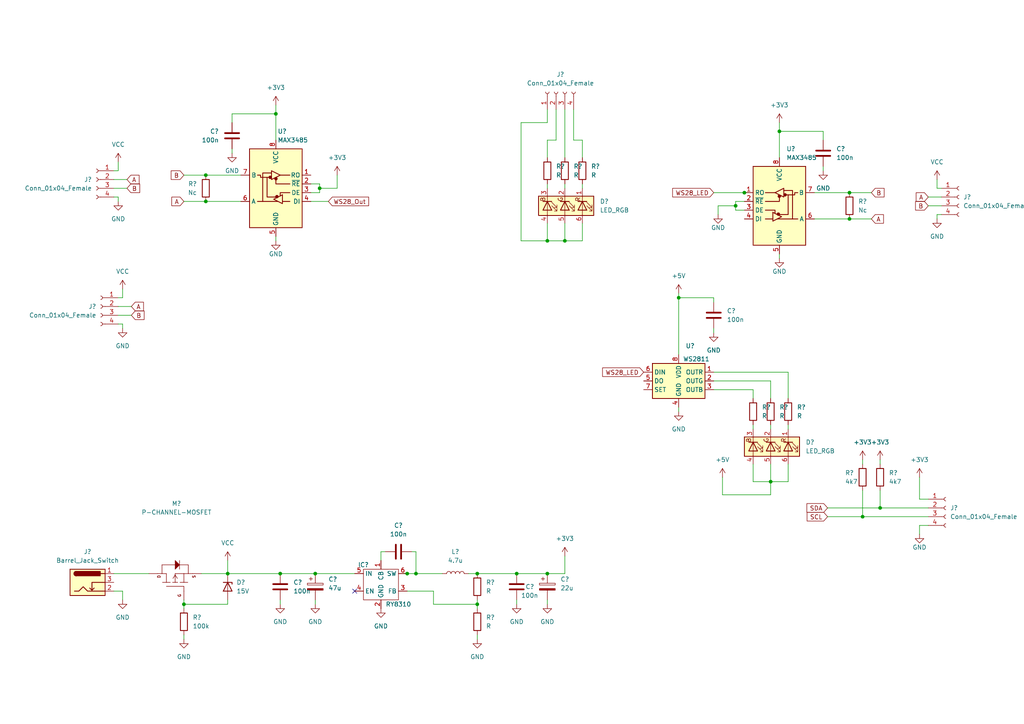
<source format=kicad_sch>
(kicad_sch (version 20211123) (generator eeschema)
  (paper "A4")
  (lib_symbols
    (symbol "Connector:Barrel_Jack_Switch" (pin_names hide)
      (property "Reference" "J" (at 0 5.334 0))
      (property "Value" "Barrel_Jack_Switch" (at 0 -5.08 0))
      (symbol "Barrel_Jack_Switch_0_1"
        (rectangle (start -5.08 3.81) (end 5.08 -3.81) (stroke (width 0.254)) (fill (type background)))
        (arc (start -3.302 3.175) (mid -3.937 2.54) (end -3.302 1.905) (stroke (width 0.254)))
        (arc (start -3.302 3.175) (mid -3.937 2.54) (end -3.302 1.905) (stroke (width 0.254)) (fill (type outline)))
        (polyline (pts (xy 1.27 -2.286) (xy 1.905 -1.651)) (stroke (width 0.254)))
        (polyline (pts (xy 5.08 2.54) (xy 3.81 2.54)) (stroke (width 0.254)))
        (polyline (pts (xy 5.08 0) (xy 1.27 0) (xy 1.27 -2.286) (xy 0.635 -1.651)) (stroke (width 0.254)))
        (polyline (pts (xy -3.81 -2.54) (xy -2.54 -2.54) (xy -1.27 -1.27) (xy 0 -2.54) (xy 2.54 -2.54) (xy 5.08 -2.54)) (stroke (width 0.254)))
        (rectangle (start 3.683 3.175) (end -3.302 1.905) (stroke (width 0.254)) (fill (type outline)))
      )
      (symbol "Barrel_Jack_Switch_1_1"
        (pin passive line (at 7.62 2.54 180) (length 2.54) (name "~") (number "1"))
        (pin passive line (at 7.62 -2.54 180) (length 2.54) (name "~") (number "2"))
        (pin passive line (at 7.62 0 180) (length 2.54) (name "~") (number "3"))
      )
    )
    (symbol "Connector:Conn_01x04_Female" (pin_names (offset 1.016) hide)
      (property "Reference" "J" (at 0 5.08 0))
      (property "Value" "Conn_01x04_Female" (at 0 -7.62 0))
      (symbol "Conn_01x04_Female_1_1"
        (arc (start 0 -4.572) (mid -0.508 -5.08) (end 0 -5.588) (stroke (width 0.1524)))
        (arc (start 0 -2.032) (mid -0.508 -2.54) (end 0 -3.048) (stroke (width 0.1524)))
        (polyline (pts (xy -1.27 -5.08) (xy -0.508 -5.08)) (stroke (width 0.1524)))
        (polyline (pts (xy -1.27 -2.54) (xy -0.508 -2.54)) (stroke (width 0.1524)))
        (polyline (pts (xy -1.27 0) (xy -0.508 0)) (stroke (width 0.1524)))
        (polyline (pts (xy -1.27 2.54) (xy -0.508 2.54)) (stroke (width 0.1524)))
        (arc (start 0 0.508) (mid -0.508 0) (end 0 -0.508) (stroke (width 0.1524)))
        (arc (start 0 3.048) (mid -0.508 2.54) (end 0 2.032) (stroke (width 0.1524)))
        (pin passive line (at -5.08 2.54 0) (length 3.81) (name "Pin_1") (number "1"))
        (pin passive line (at -5.08 0 0) (length 3.81) (name "Pin_2") (number "2"))
        (pin passive line (at -5.08 -2.54 0) (length 3.81) (name "Pin_3") (number "3"))
        (pin passive line (at -5.08 -5.08 0) (length 3.81) (name "Pin_4") (number "4"))
      )
    )
    (symbol "Device:C" (pin_numbers hide) (pin_names (offset 0.254))
      (property "Reference" "C" (at 0.635 2.54 0))
      (property "Value" "C" (at 0.635 -2.54 0))
      (symbol "C_0_1"
        (polyline (pts (xy -2.032 -0.762) (xy 2.032 -0.762)) (stroke (width 0.508)))
        (polyline (pts (xy -2.032 0.762) (xy 2.032 0.762)) (stroke (width 0.508)))
      )
      (symbol "C_1_1"
        (pin passive line (at 0 3.81 270) (length 2.794) (name "~") (number "1"))
        (pin passive line (at 0 -3.81 90) (length 2.794) (name "~") (number "2"))
      )
    )
    (symbol "Device:C_Polarized" (pin_numbers hide) (pin_names (offset 0.254))
      (property "Reference" "C" (at 0.635 2.54 0))
      (property "Value" "C_Polarized" (at 0.635 -2.54 0))
      (symbol "C_Polarized_0_1"
        (rectangle (start -2.286 0.508) (end 2.286 1.016))
        (polyline (pts (xy -1.778 2.286) (xy -0.762 2.286)))
        (polyline (pts (xy -1.27 2.794) (xy -1.27 1.778)))
        (rectangle (start 2.286 -0.508) (end -2.286 -1.016) (fill (type outline)))
      )
      (symbol "C_Polarized_1_1"
        (pin passive line (at 0 3.81 270) (length 2.794) (name "~") (number "1"))
        (pin passive line (at 0 -3.81 90) (length 2.794) (name "~") (number "2"))
      )
    )
    (symbol "Device:D_Zener" (pin_numbers hide) (pin_names (offset 1.016) hide)
      (property "Reference" "D" (at 0 2.54 0))
      (property "Value" "D_Zener" (at 0 -2.54 0))
      (symbol "D_Zener_0_1"
        (polyline (pts (xy 1.27 0) (xy -1.27 0)))
        (polyline (pts (xy -1.27 -1.27) (xy -1.27 1.27) (xy -0.762 1.27)) (stroke (width 0.254)))
        (polyline (pts (xy 1.27 -1.27) (xy 1.27 1.27) (xy -1.27 0) (xy 1.27 -1.27)) (stroke (width 0.254)))
      )
      (symbol "D_Zener_1_1"
        (pin passive line (at -3.81 0 0) (length 2.54) (name "K") (number "1"))
        (pin passive line (at 3.81 0 180) (length 2.54) (name "A") (number "2"))
      )
    )
    (symbol "Device:L" (pin_numbers hide) (pin_names (offset 1.016) hide)
      (property "Reference" "L" (at -1.27 0 90))
      (property "Value" "L" (at 1.905 0 90))
      (symbol "L_0_1"
        (arc (start 0 -2.54) (mid 0.635 -1.905) (end 0 -1.27))
        (arc (start 0 -1.27) (mid 0.635 -0.635) (end 0 0))
        (arc (start 0 0) (mid 0.635 0.635) (end 0 1.27))
        (arc (start 0 1.27) (mid 0.635 1.905) (end 0 2.54))
      )
      (symbol "L_1_1"
        (pin passive line (at 0 3.81 270) (length 1.27) (name "1") (number "1"))
        (pin passive line (at 0 -3.81 90) (length 1.27) (name "2") (number "2"))
      )
    )
    (symbol "Device:LED_RGB" (pin_names (offset 0) hide)
      (property "Reference" "D" (at 0 9.398 0))
      (property "Value" "LED_RGB" (at 0 -8.89 0))
      (symbol "LED_RGB_0_0"
        (text "B" (at -1.905 -6.35 0) (effects (font (size 1.27 1.27))))
        (text "G" (at -1.905 -1.27 0) (effects (font (size 1.27 1.27))))
        (text "R" (at -1.905 3.81 0) (effects (font (size 1.27 1.27))))
      )
      (symbol "LED_RGB_0_1"
        (polyline (pts (xy -1.27 -5.08) (xy -2.54 -5.08)))
        (polyline (pts (xy -1.27 -5.08) (xy 1.27 -5.08)))
        (polyline (pts (xy -1.27 -3.81) (xy -1.27 -6.35)) (stroke (width 0.254)))
        (polyline (pts (xy -1.27 0) (xy -2.54 0)))
        (polyline (pts (xy -1.27 1.27) (xy -1.27 -1.27)) (stroke (width 0.254)))
        (polyline (pts (xy -1.27 5.08) (xy -2.54 5.08)))
        (polyline (pts (xy -1.27 5.08) (xy 1.27 5.08)))
        (polyline (pts (xy -1.27 6.35) (xy -1.27 3.81)) (stroke (width 0.254)))
        (polyline (pts (xy 1.27 -5.08) (xy 2.54 -5.08)))
        (polyline (pts (xy 1.27 0) (xy -1.27 0)))
        (polyline (pts (xy 1.27 0) (xy 2.54 0)))
        (polyline (pts (xy 1.27 5.08) (xy 2.54 5.08)))
        (polyline (pts (xy -1.27 1.27) (xy -1.27 -1.27) (xy -1.27 -1.27)))
        (polyline (pts (xy -1.27 6.35) (xy -1.27 3.81) (xy -1.27 3.81)))
        (polyline (pts (xy 1.27 -3.81) (xy 1.27 -6.35) (xy -1.27 -5.08) (xy 1.27 -3.81)) (stroke (width 0.254)))
        (polyline (pts (xy 1.27 1.27) (xy 1.27 -1.27) (xy -1.27 0) (xy 1.27 1.27)) (stroke (width 0.254)))
        (polyline (pts (xy 1.27 6.35) (xy 1.27 3.81) (xy -1.27 5.08) (xy 1.27 6.35)) (stroke (width 0.254)))
        (polyline (pts (xy -1.016 -3.81) (xy 0.508 -2.286) (xy -0.254 -2.286) (xy 0.508 -2.286) (xy 0.508 -3.048)))
        (polyline (pts (xy -1.016 1.27) (xy 0.508 2.794) (xy -0.254 2.794) (xy 0.508 2.794) (xy 0.508 2.032)))
        (polyline (pts (xy -1.016 6.35) (xy 0.508 7.874) (xy -0.254 7.874) (xy 0.508 7.874) (xy 0.508 7.112)))
        (polyline (pts (xy 0 -3.81) (xy 1.524 -2.286) (xy 0.762 -2.286) (xy 1.524 -2.286) (xy 1.524 -3.048)))
        (polyline (pts (xy 0 1.27) (xy 1.524 2.794) (xy 0.762 2.794) (xy 1.524 2.794) (xy 1.524 2.032)))
        (polyline (pts (xy 0 6.35) (xy 1.524 7.874) (xy 0.762 7.874) (xy 1.524 7.874) (xy 1.524 7.112)))
        (rectangle (start 1.27 -1.27) (end 1.27 1.27))
        (rectangle (start 1.27 1.27) (end 1.27 1.27))
        (rectangle (start 1.27 3.81) (end 1.27 6.35))
        (rectangle (start 1.27 6.35) (end 1.27 6.35))
        (rectangle (start 2.794 8.382) (end -2.794 -7.62) (stroke (width 0.254)) (fill (type background)))
      )
      (symbol "LED_RGB_1_1"
        (pin passive line (at -5.08 5.08 0) (length 2.54) (name "RK") (number "1"))
        (pin passive line (at -5.08 0 0) (length 2.54) (name "GK") (number "2"))
        (pin passive line (at -5.08 -5.08 0) (length 2.54) (name "BK") (number "3"))
        (pin passive line (at 5.08 -5.08 180) (length 2.54) (name "BA") (number "4"))
        (pin passive line (at 5.08 0 180) (length 2.54) (name "GA") (number "5"))
        (pin passive line (at 5.08 5.08 180) (length 2.54) (name "RA") (number "6"))
      )
    )
    (symbol "Device:R" (pin_numbers hide) (pin_names (offset 0))
      (property "Reference" "R" (at 2.032 0 90))
      (property "Value" "R" (at 0 0 90))
      (symbol "R_0_1"
        (rectangle (start -1.016 -2.54) (end 1.016 2.54) (stroke (width 0.254)))
      )
      (symbol "R_1_1"
        (pin passive line (at 0 3.81 270) (length 1.27) (name "~") (number "1"))
        (pin passive line (at 0 -3.81 90) (length 1.27) (name "~") (number "2"))
      )
    )
    (symbol "Driver_LED:WS2811"
      (property "Reference" "U" (at -6.35 6.35 0))
      (property "Value" "WS2811" (at 5.08 6.35 0))
      (symbol "WS2811_0_1"
        (rectangle (start -7.62 5.08) (end 7.62 -5.08) (stroke (width 0.254)) (fill (type background)))
      )
      (symbol "WS2811_1_1"
        (pin output line (at 10.16 2.54 180) (length 2.54) (name "OUTR") (number "1"))
        (pin output line (at 10.16 0 180) (length 2.54) (name "OUTG") (number "2"))
        (pin output line (at 10.16 -2.54 180) (length 2.54) (name "OUTB") (number "3"))
        (pin power_in line (at 0 -7.62 90) (length 2.54) (name "GND") (number "4"))
        (pin output line (at -10.16 0 0) (length 2.54) (name "DO") (number "5"))
        (pin input line (at -10.16 2.54 0) (length 2.54) (name "DIN") (number "6"))
        (pin input line (at -10.16 -2.54 0) (length 2.54) (name "SET") (number "7"))
        (pin power_in line (at 0 7.62 270) (length 2.54) (name "VDD") (number "8"))
      )
    )
    (symbol "Interface_UART:MAX3485"
      (property "Reference" "U" (at -6.096 11.43 0))
      (property "Value" "MAX3485" (at 0.762 11.43 0))
      (symbol "MAX3485_0_1"
        (rectangle (start -7.62 10.16) (end 7.62 -12.7) (stroke (width 0.254)) (fill (type background)))
        (circle (center -0.3048 -3.683) (radius 0.3556) (stroke (width 0.254)) (fill (type outline)))
        (circle (center -0.0254 1.4986) (radius 0.3556) (stroke (width 0.254)) (fill (type outline)))
        (polyline (pts (xy -4.064 -5.08) (xy -1.905 -5.08)) (stroke (width 0.254)))
        (polyline (pts (xy -4.064 2.54) (xy -1.27 2.54)) (stroke (width 0.254)))
        (polyline (pts (xy -1.27 -3.2004) (xy -1.27 -3.4544)) (stroke (width 0.254)))
        (polyline (pts (xy -0.635 -5.08) (xy 5.334 -5.08)) (stroke (width 0.254)))
        (polyline (pts (xy -4.064 -2.54) (xy -1.27 -2.54) (xy -1.27 -3.175)) (stroke (width 0.254)))
        (polyline (pts (xy 0 1.27) (xy 0 0) (xy -4.064 0)) (stroke (width 0.254)))
        (polyline (pts (xy 1.27 3.175) (xy 3.81 3.175) (xy 3.81 -5.08)) (stroke (width 0.254)))
        (polyline (pts (xy 2.54 1.905) (xy 2.54 -3.81) (xy 0 -3.81)) (stroke (width 0.254)))
        (polyline (pts (xy -1.905 -3.175) (xy -1.905 -5.715) (xy 0.635 -4.445) (xy -1.905 -3.175)) (stroke (width 0.254)))
        (polyline (pts (xy -1.27 2.54) (xy 1.27 3.81) (xy 1.27 1.27) (xy -1.27 2.54)) (stroke (width 0.254)))
        (polyline (pts (xy 1.905 1.905) (xy 4.445 1.905) (xy 4.445 2.54) (xy 5.334 2.54)) (stroke (width 0.254)))
        (rectangle (start 1.27 3.175) (end 1.27 3.175))
        (circle (center 1.651 1.905) (radius 0.3556) (stroke (width 0.254)) (fill (type outline)))
      )
      (symbol "MAX3485_1_1"
        (pin output line (at -10.16 2.54 0) (length 2.54) (name "RO") (number "1"))
        (pin input line (at -10.16 0 0) (length 2.54) (name "~{RE}") (number "2"))
        (pin input line (at -10.16 -2.54 0) (length 2.54) (name "DE") (number "3"))
        (pin input line (at -10.16 -5.08 0) (length 2.54) (name "DI") (number "4"))
        (pin power_in line (at 0 -15.24 90) (length 2.54) (name "GND") (number "5"))
        (pin bidirectional line (at 10.16 -5.08 180) (length 2.54) (name "A") (number "6"))
        (pin bidirectional line (at 10.16 2.54 180) (length 2.54) (name "B") (number "7"))
        (pin power_in line (at 0 12.7 270) (length 2.54) (name "VCC") (number "8"))
      )
    )
    (symbol "Techbeard:P-CHANNEL-MOSFET" (pin_numbers hide) (pin_names (offset 1.016) hide)
      (property "Reference" "M" (at -12.7 -2.54 0))
      (property "Value" "P-CHANNEL-MOSFET" (at -12.7 -5.08 0))
      (symbol "P-CHANNEL-MOSFET_0_0"
        (pin passive line (at -5.08 2.54 0) (length 2.54) (name "G") (number "4"))
        (pin passive line (at 2.54 -7.62 90) (length 2.54) (name "D") (number "5"))
      )
      (symbol "P-CHANNEL-MOSFET_1_0"
        (polyline (pts (xy -2.54 2.54) (xy -1.2192 2.54)))
        (polyline (pts (xy -1.143 2.54) (xy -1.143 -2.54)))
        (polyline (pts (xy 0 -2.54) (xy 0 -3.683)))
        (polyline (pts (xy 0 -2.54) (xy 2.54 -2.54)))
        (polyline (pts (xy 0 -1.397) (xy 0 -2.54)))
        (polyline (pts (xy 0 0) (xy 0 -0.762)))
        (polyline (pts (xy 0 0) (xy 2.159 0)))
        (polyline (pts (xy 0 0.762) (xy 0 0)))
        (polyline (pts (xy 0 2.54) (xy 0 1.397)))
        (polyline (pts (xy 0 2.54) (xy 2.54 2.54)))
        (polyline (pts (xy 0 3.683) (xy 0 2.54)))
        (polyline (pts (xy 1.143 -0.635) (xy 2.159 0)))
        (polyline (pts (xy 1.143 0.635) (xy 2.159 0)))
        (polyline (pts (xy 2.159 0) (xy 2.54 0)))
        (polyline (pts (xy 2.54 -3.81) (xy 2.54 -5.08)))
        (polyline (pts (xy 2.54 -2.54) (xy 2.54 -3.81)))
        (polyline (pts (xy 2.54 0) (xy 2.54 2.54)))
        (polyline (pts (xy 2.54 2.54) (xy 2.54 3.81)))
        (polyline (pts (xy 2.54 5.08) (xy 2.54 3.81)))
        (polyline (pts (xy 5.08 -3.81) (xy 2.54 -3.81)))
        (polyline (pts (xy 5.08 0) (xy 5.08 -3.81)))
        (polyline (pts (xy 5.08 1.27) (xy 3.81 1.27)))
        (polyline (pts (xy 5.08 1.27) (xy 5.08 3.81)))
        (polyline (pts (xy 5.08 1.27) (xy 6.35 1.27)))
        (polyline (pts (xy 5.08 3.81) (xy 2.54 3.81)))
        (text "D" (at 1.6764 -4.6736 0) (effects (font (size 0.8128 0.8128))))
        (text "G" (at -3.81 1.27 0) (effects (font (size 0.8128 0.8128))))
        (text "S" (at 1.6764 5.4864 0) (effects (font (size 0.8128 0.8128))))
      )
      (symbol "P-CHANNEL-MOSFET_1_1"
        (polyline (pts (xy 5.08 1.27) (xy 3.81 0) (xy 3.81 0) (xy 6.35 0) (xy 6.35 0) (xy 5.08 1.27)) (fill (type outline)))
        (pin passive line (at 2.54 7.62 270) (length 2.54) hide (name "S") (number "1"))
        (pin passive line (at 2.54 7.62 270) (length 2.54) (name "S") (number "2"))
        (pin passive line (at 2.54 7.62 270) (length 2.54) hide (name "S") (number "3"))
      )
    )
    (symbol "Techbeard:RY8310"
      (property "Reference" "IC" (at -5.08 6.35 0))
      (property "Value" "RY8310" (at 5.08 6.35 0))
      (symbol "RY8310_0_1"
        (rectangle (start -5.08 5.08) (end 5.08 -3.81))
      )
      (symbol "RY8310_1_1"
        (pin input line (at 0 7.62 270) (length 2.54) (name "CB") (number "1"))
        (pin input line (at 0 -6.35 90) (length 2.54) (name "GND") (number "2"))
        (pin input line (at 7.62 -1.27 180) (length 2.54) (name "FB") (number "3"))
        (pin input line (at -7.62 -1.27 0) (length 2.54) (name "EN") (number "4"))
        (pin input line (at -7.62 3.81 0) (length 2.54) (name "IN") (number "5"))
        (pin input line (at 7.62 3.81 180) (length 2.54) (name "SW") (number "6"))
      )
    )
    (symbol "power:+3.3V" (power) (pin_names (offset 0))
      (property "Value" "+3.3V" (at 0 3.556 0))
      (symbol "+3.3V_0_1"
        (polyline (pts (xy -0.762 1.27) (xy 0 2.54)))
        (polyline (pts (xy 0 0) (xy 0 2.54)))
        (polyline (pts (xy 0 2.54) (xy 0.762 1.27)))
      )
      (symbol "+3.3V_1_1"
        (pin power_in line (at 0 0 90) (length 0) hide (name "+3V3") (number "1"))
      )
    )
    (symbol "power:+3V3" (power) (pin_names (offset 0))
      (property "Value" "+3V3" (at 0 3.556 0))
      (symbol "+3V3_0_1"
        (polyline (pts (xy -0.762 1.27) (xy 0 2.54)))
        (polyline (pts (xy 0 0) (xy 0 2.54)))
        (polyline (pts (xy 0 2.54) (xy 0.762 1.27)))
      )
      (symbol "+3V3_1_1"
        (pin power_in line (at 0 0 90) (length 0) hide (name "+3V3") (number "1"))
      )
    )
    (symbol "power:+5V" (power) (pin_names (offset 0))
      (property "Value" "+5V" (at 0 3.556 0))
      (symbol "+5V_0_1"
        (polyline (pts (xy -0.762 1.27) (xy 0 2.54)))
        (polyline (pts (xy 0 0) (xy 0 2.54)))
        (polyline (pts (xy 0 2.54) (xy 0.762 1.27)))
      )
      (symbol "+5V_1_1"
        (pin power_in line (at 0 0 90) (length 0) hide (name "+5V") (number "1"))
      )
    )
    (symbol "power:GND" (power) (pin_names (offset 0))
      (property "Value" "GND" (at 0 -3.81 0))
      (symbol "GND_0_1"
        (polyline (pts (xy 0 0) (xy 0 -1.27) (xy 1.27 -1.27) (xy 0 -2.54) (xy -1.27 -1.27) (xy 0 -1.27)))
      )
      (symbol "GND_1_1"
        (pin power_in line (at 0 0 270) (length 0) hide (name "GND") (number "1"))
      )
    )
    (symbol "power:VCC" (power) (pin_names (offset 0))
      (property "Value" "VCC" (at 0 3.81 0))
      (symbol "VCC_0_1"
        (polyline (pts (xy -0.762 1.27) (xy 0 2.54)))
        (polyline (pts (xy 0 0) (xy 0 2.54)))
        (polyline (pts (xy 0 2.54) (xy 0.762 1.27)))
      )
      (symbol "VCC_1_1"
        (pin power_in line (at 0 0 90) (length 0) hide (name "VCC") (number "1"))
      )
    )
  )
  (junction (at 120.65 166.37))
  (junction (at 80.01 33.02))
  (junction (at 255.27 147.32))
  (junction (at 59.69 58.42))
  (junction (at 223.52 139.7))
  (junction (at 149.86 166.37))
  (junction (at 81.28 166.37))
  (junction (at 92.71 54.61))
  (junction (at 138.43 166.37))
  (junction (at 118.11 166.37))
  (junction (at 246.38 55.88))
  (junction (at 215.9 55.88))
  (junction (at 158.75 166.37))
  (junction (at 53.34 175.26))
  (junction (at 158.75 69.85))
  (junction (at 196.85 86.36))
  (junction (at 59.69 50.8))
  (junction (at 246.38 63.5))
  (junction (at 66.04 166.37))
  (junction (at 250.19 149.86))
  (junction (at 213.36 59.69))
  (junction (at 163.83 69.85))
  (junction (at 226.06 38.1))
  (junction (at 138.43 175.26))
  (junction (at 91.44 166.37))
  (no_connect (at 102.87 171.45))
  (wire (pts (xy 223.52 143.51) (xy 223.52 139.7)))
  (wire (pts (xy 238.76 40.64) (xy 238.76 38.1)))
  (wire (pts (xy 34.29 58.42) (xy 34.29 57.15)))
  (wire (pts (xy 255.27 142.24) (xy 255.27 147.32)))
  (wire (pts (xy 269.24 152.4) (xy 266.7 152.4)))
  (wire (pts (xy 81.28 173.99) (xy 81.28 175.26)))
  (wire (pts (xy 213.36 59.69) (xy 213.36 60.96)))
  (wire (pts (xy 80.01 33.02) (xy 67.31 33.02)))
  (wire (pts (xy 223.52 139.7) (xy 228.6 139.7)))
  (wire (pts (xy 118.11 171.45) (xy 125.73 171.45)))
  (wire (pts (xy 34.29 46.99) (xy 34.29 49.53)))
  (wire (pts (xy 208.28 59.69) (xy 213.36 59.69)))
  (wire (pts (xy 33.02 166.37) (xy 43.18 166.37)))
  (wire (pts (xy 266.7 152.4) (xy 266.7 154.94)))
  (wire (pts (xy 59.69 58.42) (xy 53.34 58.42)))
  (wire (pts (xy 207.01 110.49) (xy 223.52 110.49)))
  (wire (pts (xy 163.83 53.34) (xy 163.83 54.61)))
  (wire (pts (xy 80.01 33.02) (xy 80.01 40.64)))
  (wire (pts (xy 158.75 69.85) (xy 163.83 69.85)))
  (wire (pts (xy 53.34 173.99) (xy 53.34 175.26)))
  (wire (pts (xy 209.55 138.43) (xy 209.55 143.51)))
  (wire (pts (xy 120.65 160.02) (xy 120.65 166.37)))
  (wire (pts (xy 119.38 160.02) (xy 120.65 160.02)))
  (wire (pts (xy 138.43 173.99) (xy 138.43 175.26)))
  (wire (pts (xy 35.56 95.25) (xy 35.56 93.98)))
  (wire (pts (xy 163.83 31.75) (xy 163.83 45.72)))
  (wire (pts (xy 218.44 134.62) (xy 218.44 139.7)))
  (wire (pts (xy 125.73 171.45) (xy 125.73 175.26)))
  (wire (pts (xy 92.71 54.61) (xy 92.71 55.88)))
  (wire (pts (xy 35.56 83.82) (xy 35.56 86.36)))
  (wire (pts (xy 269.24 57.15) (xy 273.05 57.15)))
  (wire (pts (xy 196.85 86.36) (xy 196.85 102.87)))
  (wire (pts (xy 218.44 123.19) (xy 218.44 124.46)))
  (wire (pts (xy 246.38 63.5) (xy 252.73 63.5)))
  (wire (pts (xy 158.75 173.99) (xy 158.75 175.26)))
  (wire (pts (xy 250.19 149.86) (xy 269.24 149.86)))
  (wire (pts (xy 228.6 123.19) (xy 228.6 124.46)))
  (wire (pts (xy 218.44 113.03) (xy 218.44 115.57)))
  (wire (pts (xy 271.78 52.07) (xy 271.78 54.61)))
  (wire (pts (xy 213.36 60.96) (xy 215.9 60.96)))
  (wire (pts (xy 120.65 166.37) (xy 128.27 166.37)))
  (wire (pts (xy 138.43 175.26) (xy 138.43 176.53)))
  (wire (pts (xy 116.84 166.37) (xy 118.11 166.37)))
  (wire (pts (xy 95.25 58.42) (xy 90.17 58.42)))
  (wire (pts (xy 215.9 55.88) (xy 217.17 55.88)))
  (wire (pts (xy 81.28 166.37) (xy 91.44 166.37)))
  (wire (pts (xy 207.01 113.03) (xy 218.44 113.03)))
  (wire (pts (xy 90.17 53.34) (xy 92.71 53.34)))
  (wire (pts (xy 236.22 55.88) (xy 246.38 55.88)))
  (wire (pts (xy 226.06 35.56) (xy 226.06 38.1)))
  (wire (pts (xy 163.83 69.85) (xy 163.83 64.77)))
  (wire (pts (xy 35.56 171.45) (xy 35.56 173.99)))
  (wire (pts (xy 149.86 166.37) (xy 158.75 166.37)))
  (wire (pts (xy 92.71 53.34) (xy 92.71 54.61)))
  (wire (pts (xy 38.1 91.44) (xy 34.29 91.44)))
  (wire (pts (xy 255.27 147.32) (xy 269.24 147.32)))
  (wire (pts (xy 34.29 57.15) (xy 33.02 57.15)))
  (wire (pts (xy 151.13 69.85) (xy 158.75 69.85)))
  (wire (pts (xy 207.01 55.88) (xy 215.9 55.88)))
  (wire (pts (xy 158.75 166.37) (xy 163.83 166.37)))
  (wire (pts (xy 166.37 40.64) (xy 168.91 40.64)))
  (wire (pts (xy 149.86 173.99) (xy 149.86 175.26)))
  (wire (pts (xy 36.83 52.07) (xy 33.02 52.07)))
  (wire (pts (xy 209.55 143.51) (xy 223.52 143.51)))
  (wire (pts (xy 59.69 50.8) (xy 53.34 50.8)))
  (wire (pts (xy 226.06 73.66) (xy 226.06 74.93)))
  (wire (pts (xy 168.91 53.34) (xy 168.91 54.61)))
  (wire (pts (xy 34.29 86.36) (xy 35.56 86.36)))
  (wire (pts (xy 218.44 139.7) (xy 223.52 139.7)))
  (wire (pts (xy 58.42 166.37) (xy 66.04 166.37)))
  (wire (pts (xy 110.49 160.02) (xy 110.49 162.56)))
  (wire (pts (xy 166.37 31.75) (xy 166.37 40.64)))
  (wire (pts (xy 135.89 166.37) (xy 138.43 166.37)))
  (wire (pts (xy 69.85 58.42) (xy 59.69 58.42)))
  (wire (pts (xy 66.04 173.99) (xy 66.04 175.26)))
  (wire (pts (xy 246.38 55.88) (xy 252.73 55.88)))
  (wire (pts (xy 66.04 175.26) (xy 53.34 175.26)))
  (wire (pts (xy 66.04 162.56) (xy 66.04 166.37)))
  (wire (pts (xy 118.11 166.37) (xy 120.65 166.37)))
  (wire (pts (xy 91.44 166.37) (xy 102.87 166.37)))
  (wire (pts (xy 125.73 175.26) (xy 138.43 175.26)))
  (wire (pts (xy 228.6 107.95) (xy 228.6 115.57)))
  (wire (pts (xy 67.31 43.18) (xy 67.31 44.45)))
  (wire (pts (xy 158.75 40.64) (xy 158.75 45.72)))
  (wire (pts (xy 158.75 53.34) (xy 158.75 54.61)))
  (wire (pts (xy 266.7 138.43) (xy 266.7 144.78)))
  (wire (pts (xy 66.04 166.37) (xy 81.28 166.37)))
  (wire (pts (xy 228.6 134.62) (xy 228.6 139.7)))
  (wire (pts (xy 168.91 40.64) (xy 168.91 45.72)))
  (wire (pts (xy 238.76 48.26) (xy 238.76 49.53)))
  (wire (pts (xy 97.79 54.61) (xy 92.71 54.61)))
  (wire (pts (xy 158.75 64.77) (xy 158.75 69.85)))
  (wire (pts (xy 53.34 184.15) (xy 53.34 185.42)))
  (wire (pts (xy 215.9 58.42) (xy 213.36 58.42)))
  (wire (pts (xy 250.19 142.24) (xy 250.19 149.86)))
  (wire (pts (xy 138.43 184.15) (xy 138.43 185.42)))
  (wire (pts (xy 250.19 133.35) (xy 250.19 134.62)))
  (wire (pts (xy 273.05 54.61) (xy 271.78 54.61)))
  (wire (pts (xy 158.75 31.75) (xy 158.75 35.56)))
  (wire (pts (xy 80.01 68.58) (xy 80.01 69.85)))
  (wire (pts (xy 269.24 144.78) (xy 266.7 144.78)))
  (wire (pts (xy 207.01 86.36) (xy 196.85 86.36)))
  (wire (pts (xy 226.06 38.1) (xy 238.76 38.1)))
  (wire (pts (xy 271.78 62.23) (xy 273.05 62.23)))
  (wire (pts (xy 67.31 35.56) (xy 67.31 33.02)))
  (wire (pts (xy 163.83 161.29) (xy 163.83 166.37)))
  (wire (pts (xy 33.02 49.53) (xy 34.29 49.53)))
  (wire (pts (xy 53.34 175.26) (xy 53.34 176.53)))
  (wire (pts (xy 213.36 58.42) (xy 213.36 59.69)))
  (wire (pts (xy 223.52 139.7) (xy 223.52 134.62)))
  (wire (pts (xy 97.79 50.8) (xy 97.79 54.61)))
  (wire (pts (xy 240.03 147.32) (xy 255.27 147.32)))
  (wire (pts (xy 91.44 173.99) (xy 91.44 175.26)))
  (wire (pts (xy 36.83 54.61) (xy 33.02 54.61)))
  (wire (pts (xy 207.01 87.63) (xy 207.01 86.36)))
  (wire (pts (xy 151.13 35.56) (xy 151.13 69.85)))
  (wire (pts (xy 196.85 85.09) (xy 196.85 86.36)))
  (wire (pts (xy 69.85 50.8) (xy 59.69 50.8)))
  (wire (pts (xy 196.85 118.11) (xy 196.85 119.38)))
  (wire (pts (xy 161.29 31.75) (xy 161.29 40.64)))
  (wire (pts (xy 255.27 133.35) (xy 255.27 134.62)))
  (wire (pts (xy 236.22 63.5) (xy 246.38 63.5)))
  (wire (pts (xy 80.01 30.48) (xy 80.01 33.02)))
  (wire (pts (xy 168.91 64.77) (xy 168.91 69.85)))
  (wire (pts (xy 38.1 88.9) (xy 34.29 88.9)))
  (wire (pts (xy 138.43 166.37) (xy 149.86 166.37)))
  (wire (pts (xy 208.28 59.69) (xy 208.28 62.23)))
  (wire (pts (xy 223.52 123.19) (xy 223.52 124.46)))
  (wire (pts (xy 35.56 93.98) (xy 34.29 93.98)))
  (wire (pts (xy 250.19 149.86) (xy 240.03 149.86)))
  (wire (pts (xy 226.06 38.1) (xy 226.06 45.72)))
  (wire (pts (xy 207.01 107.95) (xy 228.6 107.95)))
  (wire (pts (xy 33.02 171.45) (xy 35.56 171.45)))
  (wire (pts (xy 271.78 63.5) (xy 271.78 62.23)))
  (wire (pts (xy 163.83 69.85) (xy 168.91 69.85)))
  (wire (pts (xy 158.75 35.56) (xy 151.13 35.56)))
  (wire (pts (xy 269.24 59.69) (xy 273.05 59.69)))
  (wire (pts (xy 207.01 96.52) (xy 207.01 95.25)))
  (wire (pts (xy 110.49 160.02) (xy 111.76 160.02)))
  (wire (pts (xy 223.52 110.49) (xy 223.52 115.57)))
  (wire (pts (xy 92.71 55.88) (xy 90.17 55.88)))
  (wire (pts (xy 161.29 40.64) (xy 158.75 40.64)))
  (global_label "A" (shape input) (at 38.1 88.9 0) (property "Intersheet References" "${INTERSHEET_REFS}" (effects hide)))
  (global_label "A" (shape input) (at 269.24 57.15 180) (property "Intersheet References" "${INTERSHEET_REFS}" (effects hide)))
  (global_label "SCL" (shape input) (at 240.03 149.86 180) (property "Intersheet References" "${INTERSHEET_REFS}" (effects hide)))
  (global_label "B" (shape input) (at 36.83 54.61 0) (property "Intersheet References" "${INTERSHEET_REFS}" (effects hide)))
  (global_label "B" (shape input) (at 269.24 59.69 180) (property "Intersheet References" "${INTERSHEET_REFS}" (effects hide)))
  (global_label "SDA" (shape input) (at 240.03 147.32 180) (property "Intersheet References" "${INTERSHEET_REFS}" (effects hide)))
  (global_label "WS28_Out" (shape input) (at 95.25 58.42 0) (property "Intersheet References" "${INTERSHEET_REFS}" (effects hide)))
  (global_label "B" (shape input) (at 53.34 50.8 180) (property "Intersheet References" "${INTERSHEET_REFS}" (effects hide)))
  (global_label "WS28_LED" (shape input) (at 207.01 55.88 180) (property "Intersheet References" "${INTERSHEET_REFS}" (effects hide)))
  (global_label "A" (shape input) (at 53.34 58.42 180) (property "Intersheet References" "${INTERSHEET_REFS}" (effects hide)))
  (global_label "A" (shape input) (at 36.83 52.07 0) (property "Intersheet References" "${INTERSHEET_REFS}" (effects hide)))
  (global_label "WS28_LED" (shape input) (at 186.69 107.95 180) (property "Intersheet References" "${INTERSHEET_REFS}" (effects hide)))
  (global_label "A" (shape input) (at 252.73 63.5 0) (property "Intersheet References" "${INTERSHEET_REFS}" (effects hide)))
  (global_label "B" (shape input) (at 38.1 91.44 0) (property "Intersheet References" "${INTERSHEET_REFS}" (effects hide)))
  (global_label "B" (shape input) (at 252.73 55.88 0) (property "Intersheet References" "${INTERSHEET_REFS}" (effects hide)))
  (symbol (lib_id "power:GND") (at 35.56 95.25 0) (mirror y) (unit 1)
    (property "Reference" "#PWR?" (effects hide))
    (property "Value" "GND" (at 35.56 100.33 0))
  )
  (symbol (lib_id "Device:LED_RGB") (at 163.83 59.69 270) (unit 1)
    (property "Reference" "D?" (at 173.99 58.4199 90) (effects (justify left)))
    (property "Value" "LED_RGB" (at 173.99 60.9599 90) (effects (justify left)))
  )
  (symbol (lib_id "power:GND") (at 207.01 96.52 0) (unit 1)
    (property "Reference" "#PWR?" (effects hide))
    (property "Value" "GND" (at 207.01 101.6 0))
  )
  (symbol (lib_id "power:GND") (at 208.28 62.23 0) (unit 1)
    (property "Reference" "#PWR?" (effects hide))
    (property "Value" "GND" (at 208.28 66.04 0))
  )
  (symbol (lib_id "power:GND") (at 91.44 175.26 0) (unit 1)
    (property "Reference" "#PWR?" (effects hide))
    (property "Value" "GND" (at 91.44 180.34 0))
  )
  (symbol (lib_id "Device:R") (at 163.83 49.53 0) (unit 1)
    (property "Reference" "R?" (at 166.37 48.2599 0) (effects (justify left)))
    (property "Value" "R" (at 166.37 50.7999 0) (effects (justify left)))
  )
  (symbol (lib_id "power:GND") (at 271.78 63.5 0) (unit 1)
    (property "Reference" "#PWR?" (effects hide))
    (property "Value" "GND" (at 271.78 68.58 0))
  )
  (symbol (lib_id "Device:R") (at 223.52 119.38 0) (unit 1)
    (property "Reference" "R?" (at 226.06 118.1099 0) (effects (justify left)))
    (property "Value" "R" (at 226.06 120.6499 0) (effects (justify left)))
  )
  (symbol (lib_id "Device:C") (at 238.76 44.45 0) (unit 1)
    (property "Reference" "C?" (at 242.57 43.1799 0) (effects (justify left)))
    (property "Value" "100n" (at 242.57 45.7199 0) (effects (justify left)))
    (property "Footprint" "Capacitor_SMD:C_0402_1005Metric" (effects hide))
  )
  (symbol (lib_id "Device:C_Polarized") (at 91.44 170.18 0) (unit 1)
    (property "Reference" "C?" (at 95.25 168.0209 0) (effects (justify left)))
    (property "Value" "47u" (at 95.25 170.5609 0) (effects (justify left)))
    (property "Footprint" "Capacitor_SMD:CP_Elec_5x5.4" (effects hide))
  )
  (symbol (lib_id "Connector:Conn_01x04_Female") (at 161.29 26.67 90) (unit 1)
    (property "Reference" "J?" (at 162.56 21.59 90))
    (property "Value" "Conn_01x04_Female" (at 162.56 24.13 90))
  )
  (symbol (lib_id "Device:C") (at 149.86 170.18 0) (unit 1)
    (property "Reference" "C?" (at 152.4 170.18 0) (effects (justify left)))
    (property "Value" "100n" (at 151.13 172.72 0) (effects (justify left)))
    (property "Footprint" "Capacitor_SMD:C_0402_1005Metric" (effects hide))
  )
  (symbol (lib_id "Interface_UART:MAX3485") (at 80.01 53.34 0) (mirror y) (unit 1)
    (property "Reference" "U?" (at 80.5306 38.1 0) (effects (justify right)))
    (property "Value" "MAX3485" (at 80.5306 40.64 0) (effects (justify right)))
    (property "Footprint" "Package_SO:SOIC-8_3.9x4.9mm_P1.27mm" (effects hide))
    (property "Datasheet" "https://datasheets.maximintegrated.com/en/ds/MAX3483-MAX3491.pdf" (effects hide))
  )
  (symbol (lib_id "Device:R") (at 53.34 180.34 0) (unit 1)
    (property "Reference" "R?" (at 55.88 179.0699 0) (effects (justify left)))
    (property "Value" "100k" (at 55.88 181.6099 0) (effects (justify left)))
    (property "Footprint" "Resistor_SMD:R_0402_1005Metric" (effects hide))
  )
  (symbol (lib_id "power:+3.3V") (at 250.19 133.35 0) (unit 1)
    (property "Reference" "#PWR?" (effects hide))
    (property "Value" "+3.3V" (at 250.19 128.27 0))
  )
  (symbol (lib_id "Connector:Conn_01x04_Female") (at 29.21 88.9 0) (mirror y) (unit 1)
    (property "Reference" "J?" (at 27.94 88.8999 0) (effects (justify left)))
    (property "Value" "Conn_01x04_Female" (at 27.94 91.4399 0) (effects (justify left)))
    (property "Footprint" "Connector_Phoenix_GMSTB:PhoenixContact_GMSTBA_2,5_4-G-7,62_1x04_P7.62mm_Horizontal" (effects hide))
  )
  (symbol (lib_id "Device:R") (at 138.43 170.18 180) (unit 1)
    (property "Reference" "R?" (at 140.97 168.9099 0) (effects (justify right)))
    (property "Value" "R" (at 140.97 171.4499 0) (effects (justify right)))
    (property "Footprint" "Resistor_SMD:R_0402_1005Metric" (effects hide))
  )
  (symbol (lib_id "Device:C") (at 81.28 170.18 0) (unit 1)
    (property "Reference" "C?" (at 85.09 168.9099 0) (effects (justify left)))
    (property "Value" "100n" (at 85.09 171.4499 0) (effects (justify left)))
    (property "Footprint" "Capacitor_SMD:C_0402_1005Metric" (effects hide))
  )
  (symbol (lib_id "power:+3V3") (at 97.79 50.8 0) (unit 1)
    (property "Reference" "#PWR?" (effects hide))
    (property "Value" "+3V3" (at 97.79 45.72 0))
  )
  (symbol (lib_id "power:GND") (at 35.56 173.99 0) (unit 1)
    (property "Reference" "#PWR?" (effects hide))
    (property "Value" "GND" (at 35.56 179.07 0))
  )
  (symbol (lib_id "power:+3V3") (at 80.01 30.48 0) (unit 1)
    (property "Reference" "#PWR?" (effects hide))
    (property "Value" "+3V3" (at 80.01 25.4 0))
  )
  (symbol (lib_id "Interface_UART:MAX3485") (at 226.06 58.42 0) (unit 1)
    (property "Reference" "U?" (at 228.0794 43.18 0) (effects (justify left)))
    (property "Value" "MAX3485" (at 228.0794 45.72 0) (effects (justify left)))
    (property "Footprint" "Package_SO:SOIC-8_3.9x4.9mm_P1.27mm" (effects hide))
    (property "Datasheet" "https://datasheets.maximintegrated.com/en/ds/MAX3483-MAX3491.pdf" (effects hide))
  )
  (symbol (lib_id "Device:R") (at 158.75 49.53 0) (unit 1)
    (property "Reference" "R?" (at 161.29 48.2599 0) (effects (justify left)))
    (property "Value" "R" (at 161.29 50.7999 0) (effects (justify left)))
  )
  (symbol (lib_id "power:+3.3V") (at 255.27 133.35 0) (unit 1)
    (property "Reference" "#PWR?" (effects hide))
    (property "Value" "+3.3V" (at 255.27 128.27 0))
  )
  (symbol (lib_id "power:GND") (at 110.49 176.53 0) (unit 1)
    (property "Reference" "#PWR?" (effects hide))
    (property "Value" "GND" (at 110.49 181.61 0))
  )
  (symbol (lib_id "power:VCC") (at 66.04 162.56 0) (unit 1)
    (property "Reference" "#PWR?" (effects hide))
    (property "Value" "VCC" (at 66.04 157.48 0))
  )
  (symbol (lib_id "power:GND") (at 138.43 185.42 0) (unit 1)
    (property "Reference" "#PWR?" (effects hide))
    (property "Value" "GND" (at 138.43 190.5 0))
  )
  (symbol (lib_id "power:GND") (at 80.01 69.85 0) (mirror y) (unit 1)
    (property "Reference" "#PWR?" (effects hide))
    (property "Value" "GND" (at 80.01 73.66 0))
  )
  (symbol (lib_id "Device:R") (at 250.19 138.43 0) (unit 1)
    (property "Reference" "R?" (at 245.11 137.16 0) (effects (justify left)))
    (property "Value" "4k7" (at 245.11 139.7 0) (effects (justify left)))
    (property "Footprint" "Resistor_SMD:R_0402_1005Metric" (effects hide))
  )
  (symbol (lib_id "power:GND") (at 34.29 58.42 0) (mirror y) (unit 1)
    (property "Reference" "#PWR?" (effects hide))
    (property "Value" "GND" (at 34.29 63.5 0))
  )
  (symbol (lib_id "power:+5V") (at 209.55 138.43 0) (unit 1)
    (property "Reference" "#PWR?" (effects hide))
    (property "Value" "+5V" (at 209.55 133.35 0))
  )
  (symbol (lib_id "Device:R") (at 218.44 119.38 0) (unit 1)
    (property "Reference" "R?" (at 220.98 118.1099 0) (effects (justify left)))
    (property "Value" "R" (at 220.98 120.6499 0) (effects (justify left)))
  )
  (symbol (lib_id "Connector:Conn_01x04_Female") (at 27.94 52.07 0) (mirror y) (unit 1)
    (property "Reference" "J?" (at 26.67 52.0699 0) (effects (justify left)))
    (property "Value" "Conn_01x04_Female" (at 26.67 54.6099 0) (effects (justify left)))
    (property "Footprint" "Connector_Phoenix_GMSTB:PhoenixContact_GMSTBA_2,5_4-G-7,62_1x04_P7.62mm_Horizontal" (effects hide))
  )
  (symbol (lib_id "Device:R") (at 228.6 119.38 0) (unit 1)
    (property "Reference" "R?" (at 231.14 118.1099 0) (effects (justify left)))
    (property "Value" "R" (at 231.14 120.6499 0) (effects (justify left)))
  )
  (symbol (lib_id "Device:C") (at 67.31 39.37 0) (mirror y) (unit 1)
    (property "Reference" "C?" (at 63.5 38.0999 0) (effects (justify left)))
    (property "Value" "100n" (at 63.5 40.6399 0) (effects (justify left)))
    (property "Footprint" "Capacitor_SMD:C_0402_1005Metric" (effects hide))
  )
  (symbol (lib_id "power:GND") (at 67.31 44.45 0) (mirror y) (unit 1)
    (property "Reference" "#PWR?" (effects hide))
    (property "Value" "GND" (at 67.31 49.53 0))
  )
  (symbol (lib_id "power:GND") (at 158.75 175.26 0) (unit 1)
    (property "Reference" "#PWR?" (effects hide))
    (property "Value" "GND" (at 158.75 180.34 0))
  )
  (symbol (lib_id "Device:LED_RGB") (at 223.52 129.54 270) (unit 1)
    (property "Reference" "D?" (at 233.68 128.2699 90) (effects (justify left)))
    (property "Value" "LED_RGB" (at 233.68 130.8099 90) (effects (justify left)))
  )
  (symbol (lib_id "Techbeard:P-CHANNEL-MOSFET") (at 50.8 168.91 270) (mirror x) (unit 1)
    (property "Reference" "M?" (at 51.2064 146.05 90))
    (property "Value" "P-CHANNEL-MOSFET" (at 51.2064 148.59 90))
    (property "Footprint" "Package_SON:VSON-8_3.3x3.3mm_P0.65mm_NexFET" (effects hide))
  )
  (symbol (lib_id "power:GND") (at 226.06 74.93 0) (unit 1)
    (property "Reference" "#PWR?" (effects hide))
    (property "Value" "GND" (at 226.06 78.74 0))
  )
  (symbol (lib_id "Techbeard:RY8310") (at 110.49 170.18 0) (unit 1)
    (property "Reference" "IC?" (at 105.41 163.83 0))
    (property "Value" "RY8310" (at 115.57 175.26 0))
    (property "Footprint" "Package_TO_SOT_SMD:SOT-23-6" (effects hide))
    (property "Datasheet" "https://datasheet.lcsc.com/lcsc/2202151030_RYCHIP-Semiconductor-Inc--RY8310_C370876.pdf" (effects hide))
  )
  (symbol (lib_id "Connector:Conn_01x04_Female") (at 274.32 147.32 0) (unit 1)
    (property "Reference" "J?" (at 275.59 147.3199 0) (effects (justify left)))
    (property "Value" "Conn_01x04_Female" (at 275.59 149.8599 0) (effects (justify left)))
    (property "Footprint" "Connector_JST:JST_PH_B4B-PH-K_1x04_P2.00mm_Vertical" (effects hide))
  )
  (symbol (lib_id "Device:R") (at 246.38 59.69 0) (unit 1)
    (property "Reference" "R?" (at 248.92 58.4199 0) (effects (justify left)))
    (property "Value" "Nc" (at 248.92 60.9599 0) (effects (justify left)))
    (property "Footprint" "Resistor_SMD:R_0402_1005Metric" (effects hide))
  )
  (symbol (lib_id "Device:R") (at 59.69 54.61 0) (mirror y) (unit 1)
    (property "Reference" "R?" (at 57.15 53.3399 0) (effects (justify left)))
    (property "Value" "Nc" (at 57.15 55.8799 0) (effects (justify left)))
    (property "Footprint" "Resistor_SMD:R_0402_1005Metric" (effects hide))
  )
  (symbol (lib_id "power:GND") (at 196.85 119.38 0) (unit 1)
    (property "Reference" "#PWR?" (effects hide))
    (property "Value" "GND" (at 196.85 124.46 0))
  )
  (symbol (lib_id "power:+3V3") (at 163.83 161.29 0) (unit 1)
    (property "Reference" "#PWR?" (effects hide))
    (property "Value" "+3V3" (at 163.83 156.21 0))
  )
  (symbol (lib_id "Device:R") (at 168.91 49.53 0) (unit 1)
    (property "Reference" "R?" (at 171.45 48.2599 0) (effects (justify left)))
    (property "Value" "R" (at 171.45 50.7999 0) (effects (justify left)))
  )
  (symbol (lib_id "power:VCC") (at 271.78 52.07 0) (mirror y) (unit 1)
    (property "Reference" "#PWR?" (effects hide))
    (property "Value" "VCC" (at 271.78 46.99 0))
  )
  (symbol (lib_id "power:+3.3V") (at 266.7 138.43 0) (unit 1)
    (property "Reference" "#PWR?" (effects hide))
    (property "Value" "+3.3V" (at 266.7 133.35 0))
  )
  (symbol (lib_id "Device:R") (at 255.27 138.43 0) (unit 1)
    (property "Reference" "R?" (at 257.81 137.1599 0) (effects (justify left)))
    (property "Value" "4k7" (at 257.81 139.6999 0) (effects (justify left)))
    (property "Footprint" "Resistor_SMD:R_0402_1005Metric" (effects hide))
  )
  (symbol (lib_id "power:+3V3") (at 226.06 35.56 0) (unit 1)
    (property "Reference" "#PWR?" (effects hide))
    (property "Value" "+3V3" (at 226.06 30.48 0))
  )
  (symbol (lib_id "power:GND") (at 149.86 175.26 0) (unit 1)
    (property "Reference" "#PWR?" (effects hide))
    (property "Value" "GND" (at 149.86 180.34 0))
  )
  (symbol (lib_id "Device:D_Zener") (at 66.04 170.18 270) (unit 1)
    (property "Reference" "D?" (at 68.58 168.9099 90) (effects (justify left)))
    (property "Value" "15V" (at 68.58 171.4499 90) (effects (justify left)))
    (property "Footprint" "Diode_SMD:D_0402_1005Metric" (effects hide))
  )
  (symbol (lib_id "Device:C") (at 115.57 160.02 90) (unit 1)
    (property "Reference" "C?" (at 115.57 152.4 90))
    (property "Value" "100n" (at 115.57 154.94 90))
    (property "Footprint" "Capacitor_SMD:C_0402_1005Metric" (effects hide))
  )
  (symbol (lib_id "Device:C_Polarized") (at 158.75 170.18 0) (unit 1)
    (property "Reference" "C?" (at 162.56 168.0209 0) (effects (justify left)))
    (property "Value" "22u" (at 162.56 170.5609 0) (effects (justify left)))
    (property "Footprint" "Capacitor_SMD:CP_Elec_5x5.4" (effects hide))
  )
  (symbol (lib_id "Device:R") (at 138.43 180.34 180) (unit 1)
    (property "Reference" "R?" (at 140.97 179.0699 0) (effects (justify right)))
    (property "Value" "R" (at 140.97 181.6099 0) (effects (justify right)))
    (property "Footprint" "Resistor_SMD:R_0402_1005Metric" (effects hide))
  )
  (symbol (lib_id "power:GND") (at 53.34 185.42 0) (unit 1)
    (property "Reference" "#PWR?" (effects hide))
    (property "Value" "GND" (at 53.34 190.5 0))
  )
  (symbol (lib_id "power:VCC") (at 35.56 83.82 0) (unit 1)
    (property "Reference" "#PWR?" (effects hide))
    (property "Value" "VCC" (at 35.56 78.74 0))
  )
  (symbol (lib_id "power:+5V") (at 196.85 85.09 0) (unit 1)
    (property "Reference" "#PWR?" (effects hide))
    (property "Value" "+5V" (at 196.85 80.01 0))
  )
  (symbol (lib_id "power:GND") (at 266.7 154.94 0) (unit 1)
    (property "Reference" "#PWR?" (effects hide))
    (property "Value" "GND" (at 266.7 158.75 0))
  )
  (symbol (lib_id "Driver_LED:WS2811") (at 196.85 110.49 0) (unit 1)
    (property "Reference" "U?" (at 198.8694 100.33 0) (effects (justify left)))
    (property "Value" "WS2811" (at 198.12 104.14 0) (effects (justify left)))
    (property "Footprint" "Package_SO:SOIC-8_3.9x4.9mm_P1.27mm" (effects hide))
    (property "Datasheet" "https://cdn-shop.adafruit.com/datasheets/WS2811.pdf" (effects hide))
  )
  (symbol (lib_id "Connector:Barrel_Jack_Switch") (at 25.4 168.91 0) (unit 1)
    (property "Reference" "J?" (at 25.4 160.02 0))
    (property "Value" "Barrel_Jack_Switch" (at 25.4 162.56 0))
    (property "Footprint" "Techbeard:BarrelJack_10A" (effects hide))
  )
  (symbol (lib_id "Connector:Conn_01x04_Female") (at 278.13 57.15 0) (unit 1)
    (property "Reference" "J?" (at 279.4 57.1499 0) (effects (justify left)))
    (property "Value" "Conn_01x04_Female" (at 279.4 59.6899 0) (effects (justify left)))
    (property "Footprint" "Connector_Phoenix_GMSTB:PhoenixContact_GMSTBA_2,5_4-G-7,62_1x04_P7.62mm_Horizontal" (effects hide))
  )
  (symbol (lib_id "power:GND") (at 238.76 49.53 0) (unit 1)
    (property "Reference" "#PWR?" (effects hide))
    (property "Value" "GND" (at 238.76 54.61 0))
  )
  (symbol (lib_id "power:GND") (at 81.28 175.26 0) (unit 1)
    (property "Reference" "#PWR?" (effects hide))
    (property "Value" "GND" (at 81.28 180.34 0))
  )
  (symbol (lib_id "Device:L") (at 132.08 166.37 90) (unit 1)
    (property "Reference" "L?" (at 132.08 160.02 90))
    (property "Value" "4.7u" (at 132.08 162.56 90))
    (property "Footprint" "LeoDJ-kicad:L_0630" (effects hide))
  )
  (symbol (lib_id "power:VCC") (at 34.29 46.99 0) (unit 1)
    (property "Reference" "#PWR?" (effects hide))
    (property "Value" "VCC" (at 34.29 41.91 0))
  )
  (symbol (lib_id "Device:C") (at 207.01 91.44 0) (unit 1)
    (property "Reference" "C?" (at 210.82 90.1699 0) (effects (justify left)))
    (property "Value" "100n" (at 210.82 92.7099 0) (effects (justify left)))
    (property "Footprint" "Capacitor_SMD:C_0402_1005Metric" (effects hide))
  )
)
</source>
